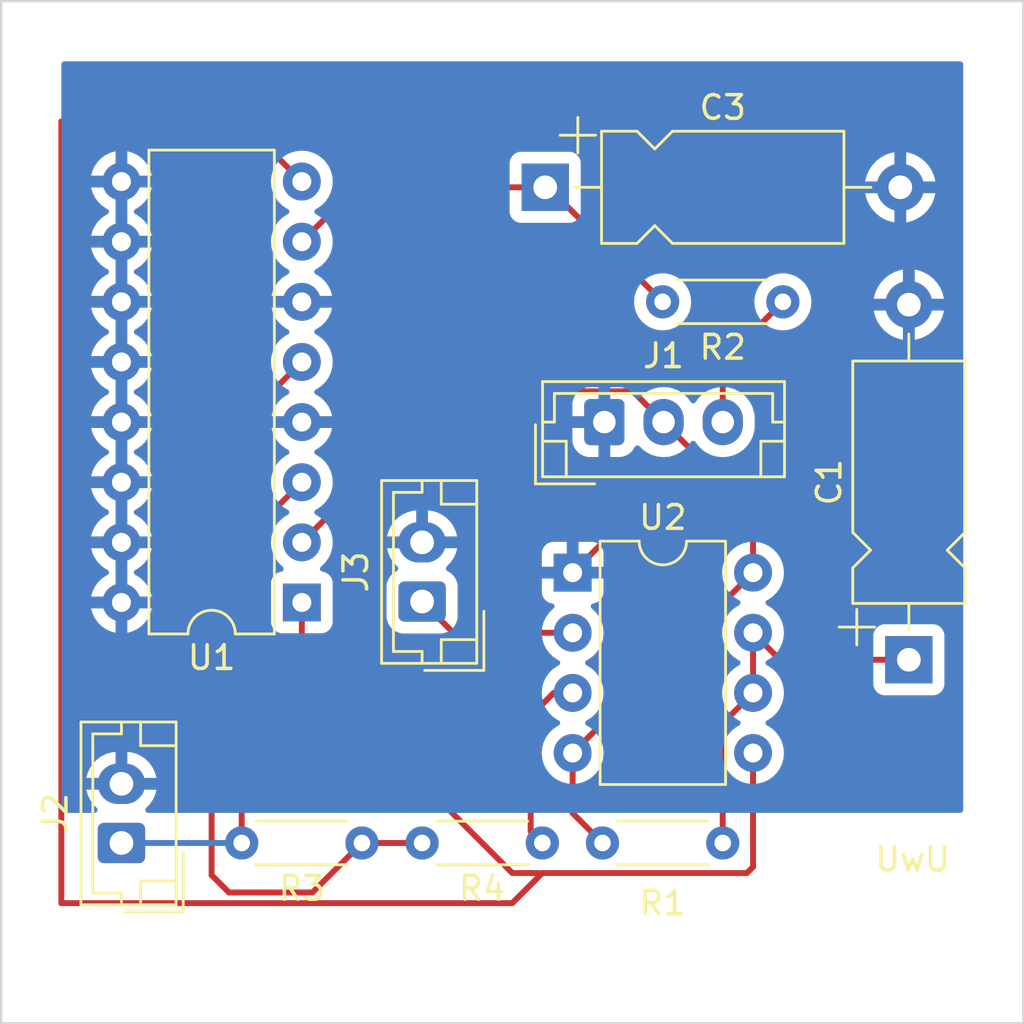
<source format=kicad_pcb>
(kicad_pcb (version 20221018) (generator pcbnew)
  (title_block (title "555 Monostable") (date "2023-10-06") (rev "0"))
  (layers (0 "F.Cu" signal) (31 "B.Cu" signal) (34 "B.Paste" user) (35 "F.Paste" user) (36 "B.SilkS" user "B.Silkscreen") (37 "F.SilkS" user "F.Silkscreen") (38 "B.Mask" user) (39 "F.Mask" user) (44 "Edge.Cuts" user))
  (net 0 "")
  (net 1 "GND")
  (net 2 "Net-(U1A-+)")
  (net 3 "Net-(J2-Pin_1)")
  (net 4 "Net-(U2-DIS)")
  (net 5 "+5V")
  (net 6 "Net-(J3-Pin_1)")
  (net 7 "Net-(U1A--)")
  (net 8 "Net-(J1-Pin_3)")
  (net 9 "Net-(U1B--)")
  (net 10 "Net-(U2-Q)")
  (footprint "Resistor_THT:R_Axial_DIN0204_L3.6mm_D1.6mm_P5.08mm_Horizontal" (layer "F.Cu") (at 83.82 58.42 180)
    (fp_text reference "R4" (at 2.54 -1.92) (layer "F.SilkS"))
    (fp_text value "1K")
    (fp_line (start 0.62 -0.92) (end 4.46 -0.92) (stroke (width 0.12)) (layer "F.SilkS"))
    (fp_line (start 0.62 0.92) (end 4.46 0.92) (stroke (width 0.12)) (layer "F.SilkS"))
    (pad "1" thru_hole circle (at 0 0 180) (size 1.4 1.4) (drill 0.7) (layers "*.Cu" "*.Mask") (net 10 "Net-(U2-Q)"))
    (pad "2" thru_hole oval (at 5.08 0 180) (size 1.4 1.4) (drill 0.7) (layers "*.Cu" "*.Mask") (net 9 "Net-(U1B--)"))
  )
  (footprint "Connector_JST:JST_EH_B3B-EH-A_1x03_P2.50mm_Vertical" (layer "F.Cu") (at 86.44 40.64)
    (fp_text reference "J1" (at 2.5 -2.8) (layer "F.SilkS"))
    (fp_text value "Conn_01x03_Socket")
    (fp_line (start -2.91 0.11) (end -2.91 2.61) (stroke (width 0.12)) (layer "F.SilkS"))
    (fp_line (start -2.91 2.61) (end -0.41 2.61) (stroke (width 0.12)) (layer "F.SilkS"))
    (fp_line (start -2.61 -1.71) (end -2.61 2.31) (stroke (width 0.12)) (layer "F.SilkS"))
    (fp_line (start -2.61 0) (end -2.11 0) (stroke (width 0.12)) (layer "F.SilkS"))
    (fp_line (start -2.61 0.81) (end -1.61 0.81) (stroke (width 0.12)) (layer "F.SilkS"))
    (fp_line (start -2.61 2.31) (end 7.61 2.31) (stroke (width 0.12)) (layer "F.SilkS"))
    (fp_line (start -2.11 -1.21) (end 7.11 -1.21) (stroke (width 0.12)) (layer "F.SilkS"))
    (fp_line (start -2.11 0) (end -2.11 -1.21) (stroke (width 0.12)) (layer "F.SilkS"))
    (fp_line (start -1.61 0.81) (end -1.61 2.31) (stroke (width 0.12)) (layer "F.SilkS"))
    (fp_line (start 6.61 0.81) (end 6.61 2.31) (stroke (width 0.12)) (layer "F.SilkS"))
    (fp_line (start 7.11 -1.21) (end 7.11 0) (stroke (width 0.12)) (layer "F.SilkS"))
    (fp_line (start 7.11 0) (end 7.61 0) (stroke (width 0.12)) (layer "F.SilkS"))
    (fp_line (start 7.61 -1.71) (end -2.61 -1.71) (stroke (width 0.12)) (layer "F.SilkS"))
    (fp_line (start 7.61 0.81) (end 6.61 0.81) (stroke (width 0.12)) (layer "F.SilkS"))
    (fp_line (start 7.61 2.31) (end 7.61 -1.71) (stroke (width 0.12)) (layer "F.SilkS"))
    (pad "1" thru_hole roundrect (at 0 0) (size 1.7 1.95) (drill 0.95) (layers "*.Cu" "*.Mask") (roundrect_rratio 0.147059) (net 1 "GND"))
    (pad "2" thru_hole oval (at 2.5 0) (size 1.7 1.95) (drill 0.95) (layers "*.Cu" "*.Mask") (net 5 "+5V"))
    (pad "3" thru_hole oval (at 5 0) (size 1.7 1.95) (drill 0.95) (layers "*.Cu" "*.Mask") (net 8 "Net-(J1-Pin_3)"))
  )
  (footprint "Resistor_THT:R_Axial_DIN0204_L3.6mm_D1.6mm_P5.08mm_Horizontal" (layer "F.Cu") (at 93.98 35.56 180)
    (fp_text reference "R2" (at 2.54 -1.92) (layer "F.SilkS"))
    (fp_text value "R")
    (fp_line (start 0.62 -0.92) (end 4.46 -0.92) (stroke (width 0.12)) (layer "F.SilkS"))
    (fp_line (start 0.62 0.92) (end 4.46 0.92) (stroke (width 0.12)) (layer "F.SilkS"))
    (pad "1" thru_hole circle (at 0 0 180) (size 1.4 1.4) (drill 0.7) (layers "*.Cu" "*.Mask") (net 8 "Net-(J1-Pin_3)"))
    (pad "2" thru_hole oval (at 5.08 0 180) (size 1.4 1.4) (drill 0.7) (layers "*.Cu" "*.Mask") (net 2 "Net-(U1A-+)"))
  )
  (footprint "Connector_JST:JST_EH_B2B-EH-A_1x02_P2.50mm_Vertical" (layer "F.Cu") (at 78.74 48.22 90)
    (fp_text reference "J3" (at 1.25 -2.8 90) (layer "F.SilkS"))
    (fp_text value "Timing Signal In")
    (fp_line (start -2.91 0.11) (end -2.91 2.61) (stroke (width 0.12)) (layer "F.SilkS"))
    (fp_line (start -2.91 2.61) (end -0.41 2.61) (stroke (width 0.12)) (layer "F.SilkS"))
    (fp_line (start -2.61 -1.71) (end -2.61 2.31) (stroke (width 0.12)) (layer "F.SilkS"))
    (fp_line (start -2.61 0) (end -2.11 0) (stroke (width 0.12)) (layer "F.SilkS"))
    (fp_line (start -2.61 0.81) (end -1.61 0.81) (stroke (width 0.12)) (layer "F.SilkS"))
    (fp_line (start -2.61 2.31) (end 5.11 2.31) (stroke (width 0.12)) (layer "F.SilkS"))
    (fp_line (start -2.11 -1.21) (end 4.61 -1.21) (stroke (width 0.12)) (layer "F.SilkS"))
    (fp_line (start -2.11 0) (end -2.11 -1.21) (stroke (width 0.12)) (layer "F.SilkS"))
    (fp_line (start -1.61 0.81) (end -1.61 2.31) (stroke (width 0.12)) (layer "F.SilkS"))
    (fp_line (start 4.11 0.81) (end 4.11 2.31) (stroke (width 0.12)) (layer "F.SilkS"))
    (fp_line (start 4.61 -1.21) (end 4.61 0) (stroke (width 0.12)) (layer "F.SilkS"))
    (fp_line (start 4.61 0) (end 5.11 0) (stroke (width 0.12)) (layer "F.SilkS"))
    (fp_line (start 5.11 -1.71) (end -2.61 -1.71) (stroke (width 0.12)) (layer "F.SilkS"))
    (fp_line (start 5.11 0.81) (end 4.11 0.81) (stroke (width 0.12)) (layer "F.SilkS"))
    (fp_line (start 5.11 2.31) (end 5.11 -1.71) (stroke (width 0.12)) (layer "F.SilkS"))
    (pad "1" thru_hole roundrect (at 0 0 90) (size 1.7 2) (drill 1) (layers "*.Cu" "*.Mask") (roundrect_rratio 0.147059) (net 6 "Net-(J3-Pin_1)"))
    (pad "2" thru_hole oval (at 2.5 0 90) (size 1.7 2) (drill 1) (layers "*.Cu" "*.Mask") (net 1 "GND"))
  )
  (footprint "Resistor_THT:R_Axial_DIN0204_L3.6mm_D1.6mm_P5.08mm_Horizontal" (layer "F.Cu") (at 76.2 58.42 180)
    (fp_text reference "R3" (at 2.54 -1.92) (layer "F.SilkS"))
    (fp_text value "1K")
    (fp_line (start 0.62 -0.92) (end 4.46 -0.92) (stroke (width 0.12)) (layer "F.SilkS"))
    (fp_line (start 0.62 0.92) (end 4.46 0.92) (stroke (width 0.12)) (layer "F.SilkS"))
    (pad "1" thru_hole circle (at 0 0 180) (size 1.4 1.4) (drill 0.7) (layers "*.Cu" "*.Mask") (net 9 "Net-(U1B--)"))
    (pad "2" thru_hole oval (at 5.08 0 180) (size 1.4 1.4) (drill 0.7) (layers "*.Cu" "*.Mask") (net 3 "Net-(J2-Pin_1)"))
  )
  (footprint "Capacitor_THT:CP_Axial_L10.0mm_D4.5mm_P15.00mm_Horizontal" (layer "F.Cu") (at 83.94 30.7225)
    (fp_text reference "C3" (at 7.5 -3.37) (layer "F.SilkS"))
    (fp_text value "C")
    (fp_line (start 0.63 -2.2) (end 2.13 -2.2) (stroke (width 0.12)) (layer "F.SilkS"))
    (fp_line (start 1.24 0) (end 2.38 0) (stroke (width 0.12)) (layer "F.SilkS"))
    (fp_line (start 1.38 -2.95) (end 1.38 -1.45) (stroke (width 0.12)) (layer "F.SilkS"))
    (fp_line (start 2.38 -2.37) (end 2.38 2.37) (stroke (width 0.12)) (layer "F.SilkS"))
    (fp_line (start 2.38 -2.37) (end 3.88 -2.37) (stroke (width 0.12)) (layer "F.SilkS"))
    (fp_line (start 2.38 2.37) (end 3.88 2.37) (stroke (width 0.12)) (layer "F.SilkS"))
    (fp_line (start 3.88 -2.37) (end 4.63 -1.62) (stroke (width 0.12)) (layer "F.SilkS"))
    (fp_line (start 3.88 2.37) (end 4.63 1.62) (stroke (width 0.12)) (layer "F.SilkS"))
    (fp_line (start 4.63 -1.62) (end 5.38 -2.37) (stroke (width 0.12)) (layer "F.SilkS"))
    (fp_line (start 4.63 1.62) (end 5.38 2.37) (stroke (width 0.12)) (layer "F.SilkS"))
    (fp_line (start 5.38 -2.37) (end 12.62 -2.37) (stroke (width 0.12)) (layer "F.SilkS"))
    (fp_line (start 5.38 2.37) (end 12.62 2.37) (stroke (width 0.12)) (layer "F.SilkS"))
    (fp_line (start 12.62 -2.37) (end 12.62 2.37) (stroke (width 0.12)) (layer "F.SilkS"))
    (fp_line (start 13.76 0) (end 12.62 0) (stroke (width 0.12)) (layer "F.SilkS"))
    (pad "1" thru_hole rect (at 0 0) (size 2 2) (drill 1) (layers "*.Cu" "*.Mask") (net 2 "Net-(U1A-+)"))
    (pad "2" thru_hole oval (at 15 0) (size 2 2) (drill 1) (layers "*.Cu" "*.Mask") (net 1 "GND"))
  )
  (footprint "Capacitor_THT:CP_Axial_L10.0mm_D4.5mm_P15.00mm_Horizontal" (layer "F.Cu") (at 99.3025 50.68 90)
    (fp_text reference "C1" (at 7.5 -3.37 90) (layer "F.SilkS"))
    (fp_text value "2.2 μF")
    (fp_line (start 0.63 -2.2) (end 2.13 -2.2) (stroke (width 0.12)) (layer "F.SilkS"))
    (fp_line (start 1.24 0) (end 2.38 0) (stroke (width 0.12)) (layer "F.SilkS"))
    (fp_line (start 1.38 -2.95) (end 1.38 -1.45) (stroke (width 0.12)) (layer "F.SilkS"))
    (fp_line (start 2.38 -2.37) (end 2.38 2.37) (stroke (width 0.12)) (layer "F.SilkS"))
    (fp_line (start 2.38 -2.37) (end 3.88 -2.37) (stroke (width 0.12)) (layer "F.SilkS"))
    (fp_line (start 2.38 2.37) (end 3.88 2.37) (stroke (width 0.12)) (layer "F.SilkS"))
    (fp_line (start 3.88 -2.37) (end 4.63 -1.62) (stroke (width 0.12)) (layer "F.SilkS"))
    (fp_line (start 3.88 2.37) (end 4.63 1.62) (stroke (width 0.12)) (layer "F.SilkS"))
    (fp_line (start 4.63 -1.62) (end 5.38 -2.37) (stroke (width 0.12)) (layer "F.SilkS"))
    (fp_line (start 4.63 1.62) (end 5.38 2.37) (stroke (width 0.12)) (layer "F.SilkS"))
    (fp_line (start 5.38 -2.37) (end 12.62 -2.37) (stroke (width 0.12)) (layer "F.SilkS"))
    (fp_line (start 5.38 2.37) (end 12.62 2.37) (stroke (width 0.12)) (layer "F.SilkS"))
    (fp_line (start 12.62 -2.37) (end 12.62 2.37) (stroke (width 0.12)) (layer "F.SilkS"))
    (fp_line (start 13.76 0) (end 12.62 0) (stroke (width 0.12)) (layer "F.SilkS"))
    (pad "1" thru_hole rect (at 0 0 90) (size 2 2) (drill 1) (layers "*.Cu" "*.Mask") (net 4 "Net-(U2-DIS)"))
    (pad "2" thru_hole oval (at 15 0 90) (size 2 2) (drill 1) (layers "*.Cu" "*.Mask") (net 1 "GND"))
  )
  (footprint "Package_DIP:DIP-16_W7.62mm" (layer "F.Cu") (at 73.66 48.26 180)
    (fp_text reference "U1" (at 3.81 -2.33) (layer "F.SilkS"))
    (fp_text value "L272")
    (fp_line (start 1.16 -1.33) (end 1.16 19.11) (stroke (width 0.12)) (layer "F.SilkS"))
    (fp_line (start 1.16 19.11) (end 6.46 19.11) (stroke (width 0.12)) (layer "F.SilkS"))
    (fp_line (start 2.81 -1.33) (end 1.16 -1.33) (stroke (width 0.12)) (layer "F.SilkS"))
    (fp_line (start 6.46 -1.33) (end 4.81 -1.33) (stroke (width 0.12)) (layer "F.SilkS"))
    (fp_line (start 6.46 19.11) (end 6.46 -1.33) (stroke (width 0.12)) (layer "F.SilkS"))
    (fp_arc (start 4.81 -1.33) (mid 3.81 -0.33) (end 2.81 -1.33) (stroke (width 0.12)) (layer "F.SilkS"))
    (pad "1" thru_hole rect (at 0 0 180) (size 1.6 1.6) (drill 0.8) (layers "*.Cu" "*.Mask") (net 7 "Net-(U1A--)"))
    (pad "2" thru_hole oval (at 0 2.54 180) (size 1.6 1.6) (drill 0.8) (layers "*.Cu" "*.Mask") (net 5 "+5V"))
    (pad "3" thru_hole oval (at 0 5.08 180) (size 1.6 1.6) (drill 0.8) (layers "*.Cu" "*.Mask") (net 3 "Net-(J2-Pin_1)"))
    (pad "4" thru_hole oval (at 0 7.62 180) (size 1.6 1.6) (drill 0.8) (layers "*.Cu" "*.Mask") (net 1 "GND"))
    (pad "5" thru_hole oval (at 0 10.16 180) (size 1.6 1.6) (drill 0.8) (layers "*.Cu" "*.Mask") (net 9 "Net-(U1B--)"))
    (pad "6" thru_hole oval (at 0 12.7 180) (size 1.6 1.6) (drill 0.8) (layers "*.Cu" "*.Mask") (net 1 "GND"))
    (pad "7" thru_hole oval (at 0 15.24 180) (size 1.6 1.6) (drill 0.8) (layers "*.Cu" "*.Mask") (net 2 "Net-(U1A-+)"))
    (pad "8" thru_hole oval (at 0 17.78 180) (size 1.6 1.6) (drill 0.8) (layers "*.Cu" "*.Mask") (net 7 "Net-(U1A--)"))
    (pad "9" thru_hole oval (at 7.62 17.78 180) (size 1.6 1.6) (drill 0.8) (layers "*.Cu" "*.Mask") (net 1 "GND"))
    (pad "10" thru_hole oval (at 7.62 15.24 180) (size 1.6 1.6) (drill 0.8) (layers "*.Cu" "*.Mask") (net 1 "GND"))
    (pad "11" thru_hole oval (at 7.62 12.7 180) (size 1.6 1.6) (drill 0.8) (layers "*.Cu" "*.Mask") (net 1 "GND"))
    (pad "12" thru_hole oval (at 7.62 10.16 180) (size 1.6 1.6) (drill 0.8) (layers "*.Cu" "*.Mask") (net 1 "GND"))
    (pad "13" thru_hole oval (at 7.62 7.62 180) (size 1.6 1.6) (drill 0.8) (layers "*.Cu" "*.Mask") (net 1 "GND"))
    (pad "14" thru_hole oval (at 7.62 5.08 180) (size 1.6 1.6) (drill 0.8) (layers "*.Cu" "*.Mask") (net 1 "GND"))
    (pad "15" thru_hole oval (at 7.62 2.54 180) (size 1.6 1.6) (drill 0.8) (layers "*.Cu" "*.Mask") (net 1 "GND"))
    (pad "16" thru_hole oval (at 7.62 0 180) (size 1.6 1.6) (drill 0.8) (layers "*.Cu" "*.Mask") (net 1 "GND"))
  )
  (footprint "Package_DIP:DIP-8_W7.62mm" (layer "F.Cu") (at 85.1 47)
    (fp_text reference "U2" (at 3.81 -2.33) (layer "F.SilkS"))
    (fp_text value "TLC555xP")
    (fp_line (start 1.16 -1.33) (end 1.16 8.95) (stroke (width 0.12)) (layer "F.SilkS"))
    (fp_line (start 1.16 8.95) (end 6.46 8.95) (stroke (width 0.12)) (layer "F.SilkS"))
    (fp_line (start 2.81 -1.33) (end 1.16 -1.33) (stroke (width 0.12)) (layer "F.SilkS"))
    (fp_line (start 6.46 -1.33) (end 4.81 -1.33) (stroke (width 0.12)) (layer "F.SilkS"))
    (fp_line (start 6.46 8.95) (end 6.46 -1.33) (stroke (width 0.12)) (layer "F.SilkS"))
    (fp_arc (start 4.81 -1.33) (mid 3.81 -0.33) (end 2.81 -1.33) (stroke (width 0.12)) (layer "F.SilkS"))
    (pad "1" thru_hole rect (at 0 0) (size 1.6 1.6) (drill 0.8) (layers "*.Cu" "*.Mask") (net 1 "GND"))
    (pad "2" thru_hole oval (at 0 2.54) (size 1.6 1.6) (drill 0.8) (layers "*.Cu" "*.Mask") (net 6 "Net-(J3-Pin_1)"))
    (pad "3" thru_hole oval (at 0 5.08) (size 1.6 1.6) (drill 0.8) (layers "*.Cu" "*.Mask") (net 10 "Net-(U2-Q)"))
    (pad "4" thru_hole oval (at 0 7.62) (size 1.6 1.6) (drill 0.8) (layers "*.Cu" "*.Mask") (net 5 "+5V"))
    (pad "5" thru_hole oval (at 7.62 7.62) (size 1.6 1.6) (drill 0.8) (layers "*.Cu" "*.Mask") (net 7 "Net-(U1A--)"))
    (pad "6" thru_hole oval (at 7.62 5.08) (size 1.6 1.6) (drill 0.8) (layers "*.Cu" "*.Mask") (net 4 "Net-(U2-DIS)"))
    (pad "7" thru_hole oval (at 7.62 2.54) (size 1.6 1.6) (drill 0.8) (layers "*.Cu" "*.Mask") (net 4 "Net-(U2-DIS)"))
    (pad "8" thru_hole oval (at 7.62 0) (size 1.6 1.6) (drill 0.8) (layers "*.Cu" "*.Mask") (net 5 "+5V"))
  )
  (footprint "Connector_JST:JST_EH_B2B-EH-A_1x02_P2.50mm_Vertical" (layer "F.Cu") (at 66.04 58.42 90)
    (fp_text reference "J2" (at 1.25 -2.8 90) (layer "F.SilkS"))
    (fp_text value "Timing Signal Out")
    (fp_line (start -2.91 0.11) (end -2.91 2.61) (stroke (width 0.12)) (layer "F.SilkS"))
    (fp_line (start -2.91 2.61) (end -0.41 2.61) (stroke (width 0.12)) (layer "F.SilkS"))
    (fp_line (start -2.61 -1.71) (end -2.61 2.31) (stroke (width 0.12)) (layer "F.SilkS"))
    (fp_line (start -2.61 0) (end -2.11 0) (stroke (width 0.12)) (layer "F.SilkS"))
    (fp_line (start -2.61 0.81) (end -1.61 0.81) (stroke (width 0.12)) (layer "F.SilkS"))
    (fp_line (start -2.61 2.31) (end 5.11 2.31) (stroke (width 0.12)) (layer "F.SilkS"))
    (fp_line (start -2.11 -1.21) (end 4.61 -1.21) (stroke (width 0.12)) (layer "F.SilkS"))
    (fp_line (start -2.11 0) (end -2.11 -1.21) (stroke (width 0.12)) (layer "F.SilkS"))
    (fp_line (start -1.61 0.81) (end -1.61 2.31) (stroke (width 0.12)) (layer "F.SilkS"))
    (fp_line (start 4.11 0.81) (end 4.11 2.31) (stroke (width 0.12)) (layer "F.SilkS"))
    (fp_line (start 4.61 -1.21) (end 4.61 0) (stroke (width 0.12)) (layer "F.SilkS"))
    (fp_line (start 4.61 0) (end 5.11 0) (stroke (width 0.12)) (layer "F.SilkS"))
    (fp_line (start 5.11 -1.71) (end -2.61 -1.71) (stroke (width 0.12)) (layer "F.SilkS"))
    (fp_line (start 5.11 0.81) (end 4.11 0.81) (stroke (width 0.12)) (layer "F.SilkS"))
    (fp_line (start 5.11 2.31) (end 5.11 -1.71) (stroke (width 0.12)) (layer "F.SilkS"))
    (pad "1" thru_hole roundrect (at 0 0 90) (size 1.7 2) (drill 1) (layers "*.Cu" "*.Mask") (roundrect_rratio 0.147059) (net 3 "Net-(J2-Pin_1)"))
    (pad "2" thru_hole oval (at 2.5 0 90) (size 1.7 2) (drill 1) (layers "*.Cu" "*.Mask") (net 1 "GND"))
  )
  (footprint "Resistor_THT:R_Axial_DIN0204_L3.6mm_D1.6mm_P5.08mm_Horizontal" (layer "F.Cu") (at 86.36 58.42)
    (fp_text reference "R1" (at 2.54 2.54) (layer "F.SilkS"))
    (fp_text value "1k")
    (fp_line (start 0.62 -0.92) (end 4.46 -0.92) (stroke (width 0.12)) (layer "F.SilkS"))
    (fp_line (start 0.62 0.92) (end 4.46 0.92) (stroke (width 0.12)) (layer "F.SilkS"))
    (pad "1" thru_hole circle (at 0 0) (size 1.4 1.4) (drill 0.7) (layers "*.Cu" "*.Mask") (net 5 "+5V"))
    (pad "2" thru_hole oval (at 5.08 0) (size 1.4 1.4) (drill 0.7) (layers "*.Cu" "*.Mask") (net 4 "Net-(U2-DIS)"))
  )
  (gr_rect (start 60.96 22.86) (end 104.14 66.04) (stroke (width 0.1)) (fill none) (layer "Edge.Cuts"))
  (gr_text "UwU\n" (at 97.79 59.69) (layer "F.SilkS") (effects (font (size 1 1)) (justify left bottom)))
  (segment (start 86.44 45.66) (end 85.1 47) (width 0.25) (layer "F.Cu") (net 1))
  (segment (start 86.44 40.6) (end 86.44 40.64) (width 0.25) (layer "F.Cu") (net 1))
  (segment (start 86.44 40.64) (end 86.44 45.66) (width 0.25) (layer "F.Cu") (net 1))
  (segment (start 75.9575 30.7225) (end 73.66 33.02) (width 0.25) (layer "F.Cu") (net 2))
  (segment (start 83.94 30.7225) (end 75.9575 30.7225) (width 0.25) (layer "F.Cu") (net 2))
  (segment (start 88.9 35.56) (end 84.0625 30.7225) (width 0.25) (layer "F.Cu") (net 2))
  (segment (start 84.0625 30.7225) (end 83.94 30.7225) (width 0.25) (layer "F.Cu") (net 2))
  (segment (start 71.12 58.42) (end 71.12 45.72) (width 0.25) (layer "F.Cu") (net 3))
  (segment (start 71.12 45.72) (end 73.66 43.18) (width 0.25) (layer "F.Cu") (net 3))
  (segment (start 66.04 58.42) (end 71.12 58.42) (width 0.25) (layer "B.Cu") (net 3))
  (segment (start 92.72 52.08) (end 92.72 49.54) (width 0.25) (layer "F.Cu") (net 4))
  (segment (start 99.3025 50.68) (end 93.86 50.68) (width 0.25) (layer "F.Cu") (net 4))
  (segment (start 91.44 53.36) (end 91.44 58.42) (width 0.25) (layer "F.Cu") (net 4))
  (segment (start 92.72 52.08) (end 91.44 53.36) (width 0.25) (layer "F.Cu") (net 4))
  (segment (start 93.86 50.68) (end 92.72 49.54) (width 0.25) (layer "F.Cu") (net 4))
  (segment (start 80.04 39.34) (end 87.64 39.34) (width 0.25) (layer "F.Cu") (net 5))
  (segment (start 85.1 57.16) (end 86.36 58.42) (width 0.25) (layer "F.Cu") (net 5))
  (segment (start 85.1 54.62) (end 92.72 47) (width 0.25) (layer "F.Cu") (net 5))
  (segment (start 85.1 54.62) (end 85.1 57.16) (width 0.25) (layer "F.Cu") (net 5))
  (segment (start 92.72 44.42) (end 92.72 47) (width 0.25) (layer "F.Cu") (net 5))
  (segment (start 87.64 39.34) (end 88.94 40.64) (width 0.25) (layer "F.Cu") (net 5))
  (segment (start 88.94 40.64) (end 88.9 40.64) (width 0.25) (layer "F.Cu") (net 5))
  (segment (start 73.66 45.72) (end 80.04 39.34) (width 0.25) (layer "F.Cu") (net 5))
  (segment (start 88.94 40.64) (end 92.72 44.42) (width 0.25) (layer "F.Cu") (net 5))
  (segment (start 85.1 49.54) (end 80.06 49.54) (width 0.25) (layer "F.Cu") (net 6))
  (segment (start 80.06 49.54) (end 78.74 48.22) (width 0.25) (layer "F.Cu") (net 6))
  (segment (start 82.55 59.69) (end 73.66 50.8) (width 0.25) (layer "F.Cu") (net 7))
  (segment (start 92.72 59.429896) (end 92.459896 59.69) (width 0.25) (layer "F.Cu") (net 7))
  (segment (start 71.12 27.94) (end 73.66 30.48) (width 0.25) (layer "F.Cu") (net 7))
  (segment (start 92.72 54.62) (end 92.72 59.429896) (width 0.25) (layer "F.Cu") (net 7))
  (segment (start 63.5 60.96) (end 63.5 27.94) (width 0.25) (layer "F.Cu") (net 7))
  (segment (start 63.5 27.94) (end 71.12 27.94) (width 0.25) (layer "F.Cu") (net 7))
  (segment (start 83.82 59.69) (end 82.55 60.96) (width 0.25) (layer "F.Cu") (net 7))
  (segment (start 83.694948 59.69) (end 82.55 59.69) (width 0.25) (layer "F.Cu") (net 7))
  (segment (start 92.459896 59.69) (end 83.82 59.69) (width 0.25) (layer "F.Cu") (net 7))
  (segment (start 73.66 50.8) (end 73.66 48.26) (width 0.25) (layer "F.Cu") (net 7))
  (segment (start 82.55 60.96) (end 63.5 60.96) (width 0.25) (layer "F.Cu") (net 7))
  (segment (start 93.98 35.56) (end 91.44 38.1) (width 0.25) (layer "F.Cu") (net 8))
  (segment (start 91.44 38.1) (end 91.44 40.64) (width 0.25) (layer "F.Cu") (net 8))
  (segment (start 76.2 58.42) (end 78.74 58.42) (width 0.25) (layer "F.Cu") (net 9))
  (segment (start 69.85 41.91) (end 73.66 38.1) (width 0.25) (layer "F.Cu") (net 9))
  (segment (start 69.85 59.778882) (end 69.85 41.91) (width 0.25) (layer "F.Cu") (net 9))
  (segment (start 74.11 60.51) (end 70.581118 60.51) (width 0.25) (layer "F.Cu") (net 9))
  (segment (start 70.581118 60.51) (end 69.85 59.778882) (width 0.25) (layer "F.Cu") (net 9))
  (segment (start 76.2 58.42) (end 74.11 60.51) (width 0.25) (layer "F.Cu") (net 9))
  (segment (start 83.327736 53.052264) (end 83.327736 57.927736) (width 0.25) (layer "F.Cu") (net 10))
  (segment (start 85.1 52.08) (end 84.3 52.08) (width 0.25) (layer "F.Cu") (net 10))
  (segment (start 83.327736 57.927736) (end 83.82 58.42) (width 0.25) (layer "F.Cu") (net 10))
  (segment (start 84.3 52.08) (end 83.327736 53.052264) (width 0.25) (layer "F.Cu") (net 10))
  (zone (net 1) (net_name "GND") (layer "B.Cu") (connect_pads (clearance 0.5)) (min_thickness 0.25) (fill yes (thermal_gap 0.5) (thermal_bridge_width 0.5))
    (polygon (pts (xy 101.6 25.4) (xy 63.5 25.4) (xy 63.5 57.15) (xy 101.6 57.15)))
  )
)
</source>
